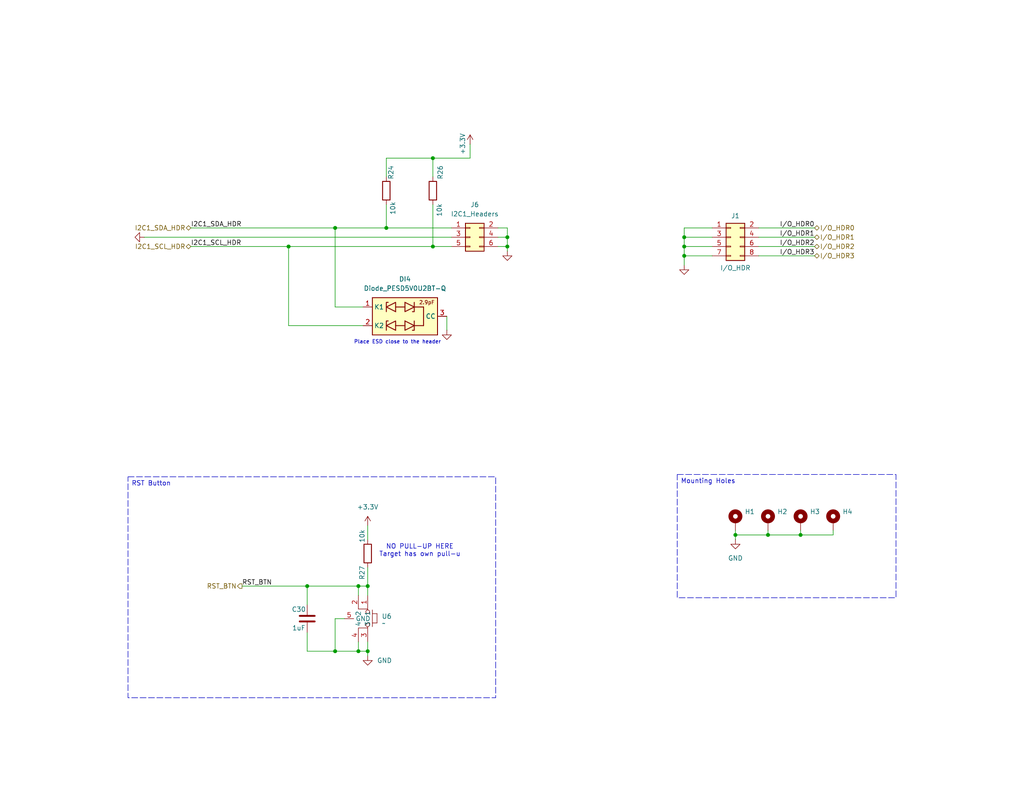
<source format=kicad_sch>
(kicad_sch (version 20231120) (generator "eeschema") (generator_version "8.0")
  (paper "USLetter")
  (lib_symbols
    (symbol "Connector_Generic:Conn_02x03_Odd_Even" (pin_names (offset 1.016) hide)
      (property "Reference" "J" (at 1.27 5.08 0))
      (property "Value" "Conn_02x03_Odd_Even" (at 1.27 -5.08 0))
      (symbol "Conn_02x03_Odd_Even_1_1"
        (rectangle (start -1.27 -2.413) (end 0 -2.667) (stroke (width 0.1524)))
        (rectangle (start -1.27 0.127) (end 0 -0.127) (stroke (width 0.1524)))
        (rectangle (start -1.27 2.667) (end 0 2.413) (stroke (width 0.1524)))
        (rectangle (start -1.27 3.81) (end 3.81 -3.81) (stroke (width 0.254)) (fill (type background)))
        (rectangle (start 3.81 -2.413) (end 2.54 -2.667) (stroke (width 0.1524)))
        (rectangle (start 3.81 0.127) (end 2.54 -0.127) (stroke (width 0.1524)))
        (rectangle (start 3.81 2.667) (end 2.54 2.413) (stroke (width 0.1524)))
        (pin passive line (at -5.08 2.54 0) (length 3.81) (name "Pin_1") (number "1"))
        (pin passive line (at 7.62 2.54 180) (length 3.81) (name "Pin_2") (number "2"))
        (pin passive line (at -5.08 0 0) (length 3.81) (name "Pin_3") (number "3"))
        (pin passive line (at 7.62 0 180) (length 3.81) (name "Pin_4") (number "4"))
        (pin passive line (at -5.08 -2.54 0) (length 3.81) (name "Pin_5") (number "5"))
        (pin passive line (at 7.62 -2.54 180) (length 3.81) (name "Pin_6") (number "6"))
      )
    )
    (symbol "Connector_Generic:Conn_02x04_Odd_Even" (pin_names (offset 1.016) hide)
      (property "Reference" "J" (at 1.27 5.08 0))
      (property "Value" "Conn_02x04_Odd_Even" (at 1.27 -7.62 0))
      (symbol "Conn_02x04_Odd_Even_1_1"
        (rectangle (start -1.27 -4.953) (end 0 -5.207) (stroke (width 0.1524)))
        (rectangle (start -1.27 -2.413) (end 0 -2.667) (stroke (width 0.1524)))
        (rectangle (start -1.27 0.127) (end 0 -0.127) (stroke (width 0.1524)))
        (rectangle (start -1.27 2.667) (end 0 2.413) (stroke (width 0.1524)))
        (rectangle (start -1.27 3.81) (end 3.81 -6.35) (stroke (width 0.254)) (fill (type background)))
        (rectangle (start 3.81 -4.953) (end 2.54 -5.207) (stroke (width 0.1524)))
        (rectangle (start 3.81 -2.413) (end 2.54 -2.667) (stroke (width 0.1524)))
        (rectangle (start 3.81 0.127) (end 2.54 -0.127) (stroke (width 0.1524)))
        (rectangle (start 3.81 2.667) (end 2.54 2.413) (stroke (width 0.1524)))
        (pin passive line (at -5.08 2.54 0) (length 3.81) (name "Pin_1") (number "1"))
        (pin passive line (at 7.62 2.54 180) (length 3.81) (name "Pin_2") (number "2"))
        (pin passive line (at -5.08 0 0) (length 3.81) (name "Pin_3") (number "3"))
        (pin passive line (at 7.62 0 180) (length 3.81) (name "Pin_4") (number "4"))
        (pin passive line (at -5.08 -2.54 0) (length 3.81) (name "Pin_5") (number "5"))
        (pin passive line (at 7.62 -2.54 180) (length 3.81) (name "Pin_6") (number "6"))
        (pin passive line (at -5.08 -5.08 0) (length 3.81) (name "Pin_7") (number "7"))
        (pin passive line (at 7.62 -5.08 180) (length 3.81) (name "Pin_8") (number "8"))
      )
    )
    (symbol "Device:C" (pin_numbers hide) (pin_names (offset 0.254))
      (property "Reference" "C" (at 0.635 2.54 0))
      (property "Value" "C" (at 0.635 -2.54 0))
      (symbol "C_0_1"
        (polyline (pts (xy -2.032 -0.762) (xy 2.032 -0.762)) (stroke (width 0.508)))
        (polyline (pts (xy -2.032 0.762) (xy 2.032 0.762)) (stroke (width 0.508)))
      )
      (symbol "C_1_1"
        (pin passive line (at 0 3.81 270) (length 2.794) (name "~") (number "1"))
        (pin passive line (at 0 -3.81 90) (length 2.794) (name "~") (number "2"))
      )
    )
    (symbol "Device:R" (pin_numbers hide) (pin_names (offset 0))
      (property "Reference" "R" (at 2.032 0 90))
      (property "Value" "R" (at 0 0 90))
      (symbol "R_0_1"
        (rectangle (start -1.016 -2.54) (end 1.016 2.54) (stroke (width 0.254)))
      )
      (symbol "R_1_1"
        (pin passive line (at 0 3.81 270) (length 1.27) (name "~") (number "1"))
        (pin passive line (at 0 -3.81 90) (length 1.27) (name "~") (number "2"))
      )
    )
    (symbol "Mechanical:MountingHole_Pad" (pin_numbers hide) (pin_names (offset 1.016) hide) (exclude_from_sim yes) (in_bom no)
      (property "Reference" "H" (at 0 6.35 0))
      (property "Value" "MountingHole_Pad" (at 0 4.445 0))
      (symbol "MountingHole_Pad_0_1"
        (circle (center 0 1.27) (radius 1.27) (stroke (width 1.27)))
      )
      (symbol "MountingHole_Pad_1_1"
        (pin input line (at 0 -2.54 90) (length 2.54) (name "1") (number "1"))
      )
    )
    (symbol "Personal_Projects:Button_KMR231GLFS"
      (property "Reference" "U" (at 0 0 0))
      (symbol "Button_KMR231GLFS_0_1"
        (polyline (pts (xy 3.964 1.27) (xy 8.536 1.27)))
        (polyline (pts (xy 4.98 1.27) (xy 4.98 2.54)))
        (polyline (pts (xy 7.52 1.27) (xy 7.52 2.54)))
        (polyline (pts (xy 7.52 2.54) (xy 4.98 2.54)))
        (polyline (pts (xy 3.71 -2.54) (xy 3.71 0) (xy 3.964 0)))
        (polyline (pts (xy 8.89 -2.54) (xy 8.89 0) (xy 8.636 0)))
        (circle (center 4.472 0) (radius 0.508))
        (circle (center 8.028 0) (radius 0.508))
      )
      (symbol "Button_KMR231GLFS_1_1"
        (pin passive line (at 0 0 0) (length 3.7) (name "1") (number "1"))
        (pin passive line (at 0 -2.54 0) (length 3.7) (name "2") (number "2"))
        (pin passive line (at 12.7 0 180) (length 3.7) (name "3") (number "3"))
        (pin passive line (at 12.7 -2.54 180) (length 3.7) (name "4") (number "4"))
        (pin passive line (at 6.35 -6.35 90) (length 2.54) (name "GND") (number "5"))
      )
    )
    (symbol "Personal_Projects:Diode_PESD5V0U2BT-Q"
      (property "Reference" "DI" (at 7.366 7.62 0))
      (property "Value" "Diode_PESD5V0U2BT-Q" (at 0.508 5.08 0))
      (symbol "Diode_PESD5V0U2BT-Q_0_1"
        (polyline (pts (xy 6.35 -6.35) (xy 6.35 -3.81) (xy 6.858 -3.81)) (stroke (width 0.254)))
        (polyline (pts (xy 6.35 -1.27) (xy 6.35 1.27) (xy 6.858 1.27)) (stroke (width 0.254)))
        (polyline (pts (xy 11.43 -5.08) (xy 8.89 -5.08) (xy 8.89 -5.08)) (stroke (width 0.254)))
        (polyline (pts (xy 11.43 0) (xy 8.89 0) (xy 8.89 0)) (stroke (width 0.254)))
        (polyline (pts (xy 13.97 -3.81) (xy 13.97 -6.35) (xy 13.462 -6.35)) (stroke (width 0.254)))
        (polyline (pts (xy 13.97 1.27) (xy 13.97 -1.27) (xy 13.462 -1.27)) (stroke (width 0.254)))
        (polyline (pts (xy 16.51 -5.08) (xy 13.97 -5.08) (xy 13.97 -5.08)) (stroke (width 0.254)))
        (polyline (pts (xy 16.51 0) (xy 13.97 0) (xy 13.97 0)) (stroke (width 0.254)))
        (polyline (pts (xy 16.51 0) (xy 16.51 -5.08) (xy 16.51 -2.54)) (stroke (width 0.254)))
        (polyline (pts (xy 8.89 -6.35) (xy 6.35 -5.08) (xy 8.89 -3.81) (xy 8.89 -6.35) (xy 8.89 -6.35) (xy 8.89 -6.35)) (stroke (width 0.254)))
        (polyline (pts (xy 8.89 -1.27) (xy 6.35 0) (xy 8.89 1.27) (xy 8.89 -1.27) (xy 8.89 -1.27) (xy 8.89 -1.27)) (stroke (width 0.254)))
        (polyline (pts (xy 11.43 -3.81) (xy 13.97 -5.08) (xy 11.43 -6.35) (xy 11.43 -3.81) (xy 11.43 -3.81) (xy 11.43 -3.81)) (stroke (width 0.254)))
        (polyline (pts (xy 11.43 1.27) (xy 13.97 0) (xy 11.43 -1.27) (xy 11.43 1.27) (xy 11.43 1.27) (xy 11.43 1.27)) (stroke (width 0.254)))
      )
      (symbol "Diode_PESD5V0U2BT-Q_1_1"
        (rectangle (start 2.54 2.54) (end 20.32 -7.62) (stroke (width 0.254)) (fill (type background)))
        (text "2.9pF" (at 15.24 1.27 0) (effects (font (size 1 1)) (justify left)))
        (pin passive line (at 0 0 0) (length 2.54) (name "K1") (number "1"))
        (pin passive line (at 0 -5.08 0) (length 2.54) (name "K2") (number "2"))
        (pin passive line (at 22.86 -2.54 180) (length 2.54) (name "CC") (number "3"))
      )
    )
    (symbol "power:+3.3V" (power) (pin_numbers hide) (pin_names (offset 0) hide)
      (property "Value" "+3.3V" (at 0 3.556 0))
      (symbol "+3.3V_0_1"
        (polyline (pts (xy -0.762 1.27) (xy 0 2.54)))
        (polyline (pts (xy 0 0) (xy 0 2.54)))
        (polyline (pts (xy 0 2.54) (xy 0.762 1.27)))
      )
      (symbol "+3.3V_1_1"
        (pin power_in line (at 0 0 90) (length 0) (name "~") (number "1"))
      )
    )
    (symbol "power:GND" (power) (pin_numbers hide) (pin_names (offset 0) hide)
      (property "Value" "GND" (at 0 -3.81 0))
      (symbol "GND_0_1"
        (polyline (pts (xy 0 0) (xy 0 -1.27) (xy 1.27 -1.27) (xy 0 -2.54) (xy -1.27 -1.27) (xy 0 -1.27)))
      )
      (symbol "GND_1_1"
        (pin power_in line (at 0 0 270) (length 0) (name "~") (number "1"))
      )
    )
  )
  (junction (at 97.79 160.02))
  (junction (at 118.11 67.31))
  (junction (at 218.44 146.05))
  (junction (at 138.43 64.77))
  (junction (at 118.11 43.18))
  (junction (at 186.69 64.77))
  (junction (at 100.33 177.8))
  (junction (at 138.43 67.31))
  (junction (at 186.69 69.85))
  (junction (at 91.44 62.23))
  (junction (at 186.69 67.31))
  (junction (at 91.44 177.8))
  (junction (at 209.55 146.05))
  (junction (at 200.66 146.05))
  (junction (at 97.79 177.8))
  (junction (at 105.41 62.23))
  (junction (at 83.82 160.02))
  (junction (at 100.33 160.02))
  (junction (at 78.74 67.31))
  (wire (pts (xy 138.43 62.23) (xy 138.43 64.77)))
  (wire (pts (xy 97.79 160.02) (xy 83.82 160.02)))
  (wire (pts (xy 227.33 144.78) (xy 227.33 146.05)))
  (wire (pts (xy 138.43 67.31) (xy 138.43 68.58)))
  (wire (pts (xy 100.33 160.02) (xy 100.33 162.56)))
  (wire (pts (xy 207.01 67.31) (xy 222.25 67.31)))
  (wire (pts (xy 200.66 146.05) (xy 200.66 147.32)))
  (wire (pts (xy 209.55 144.78) (xy 209.55 146.05)))
  (wire (pts (xy 39.37 64.77) (xy 123.19 64.77)))
  (wire (pts (xy 100.33 160.02) (xy 97.79 160.02)))
  (wire (pts (xy 138.43 64.77) (xy 138.43 67.31)))
  (wire (pts (xy 135.89 67.31) (xy 138.43 67.31)))
  (wire (pts (xy 207.01 69.85) (xy 222.25 69.85)))
  (wire (pts (xy 209.55 146.05) (xy 200.66 146.05)))
  (wire (pts (xy 194.31 62.23) (xy 186.69 62.23)))
  (wire (pts (xy 52.07 67.31) (xy 78.74 67.31)))
  (wire (pts (xy 93.98 168.91) (xy 91.44 168.91)))
  (wire (pts (xy 78.74 67.31) (xy 118.11 67.31)))
  (wire (pts (xy 99.06 83.82) (xy 91.44 83.82)))
  (wire (pts (xy 135.89 62.23) (xy 138.43 62.23)))
  (wire (pts (xy 105.41 55.88) (xy 105.41 62.23)))
  (wire (pts (xy 91.44 168.91) (xy 91.44 177.8)))
  (wire (pts (xy 52.07 62.23) (xy 91.44 62.23)))
  (wire (pts (xy 105.41 43.18) (xy 105.41 48.26)))
  (wire (pts (xy 99.06 88.9) (xy 78.74 88.9)))
  (wire (pts (xy 186.69 64.77) (xy 186.69 67.31)))
  (wire (pts (xy 194.31 67.31) (xy 186.69 67.31)))
  (wire (pts (xy 91.44 62.23) (xy 91.44 83.82)))
  (wire (pts (xy 218.44 144.78) (xy 218.44 146.05)))
  (wire (pts (xy 118.11 55.88) (xy 118.11 67.31)))
  (wire (pts (xy 118.11 43.18) (xy 118.11 48.26)))
  (wire (pts (xy 186.69 67.31) (xy 186.69 69.85)))
  (wire (pts (xy 207.01 62.23) (xy 222.25 62.23)))
  (wire (pts (xy 194.31 69.85) (xy 186.69 69.85)))
  (wire (pts (xy 97.79 160.02) (xy 97.79 162.56)))
  (wire (pts (xy 83.82 160.02) (xy 83.82 165.1)))
  (wire (pts (xy 78.74 67.31) (xy 78.74 88.9)))
  (wire (pts (xy 97.79 175.26) (xy 97.79 177.8)))
  (wire (pts (xy 105.41 43.18) (xy 118.11 43.18)))
  (wire (pts (xy 100.33 154.94) (xy 100.33 160.02)))
  (wire (pts (xy 83.82 172.72) (xy 83.82 177.8)))
  (wire (pts (xy 118.11 67.31) (xy 123.19 67.31)))
  (wire (pts (xy 207.01 64.77) (xy 222.25 64.77)))
  (wire (pts (xy 128.27 43.18) (xy 118.11 43.18)))
  (wire (pts (xy 100.33 143.51) (xy 100.33 147.32)))
  (wire (pts (xy 91.44 62.23) (xy 105.41 62.23)))
  (wire (pts (xy 218.44 146.05) (xy 209.55 146.05)))
  (wire (pts (xy 200.66 144.78) (xy 200.66 146.05)))
  (wire (pts (xy 186.69 62.23) (xy 186.69 64.77)))
  (wire (pts (xy 83.82 177.8) (xy 91.44 177.8)))
  (wire (pts (xy 100.33 179.07) (xy 100.33 177.8)))
  (wire (pts (xy 105.41 62.23) (xy 123.19 62.23)))
  (wire (pts (xy 227.33 146.05) (xy 218.44 146.05)))
  (wire (pts (xy 100.33 175.26) (xy 100.33 177.8)))
  (wire (pts (xy 91.44 177.8) (xy 97.79 177.8)))
  (wire (pts (xy 135.89 64.77) (xy 138.43 64.77)))
  (wire (pts (xy 121.92 86.36) (xy 121.92 90.17)))
  (wire (pts (xy 128.27 39.37) (xy 128.27 43.18)))
  (wire (pts (xy 194.31 64.77) (xy 186.69 64.77)))
  (wire (pts (xy 186.69 69.85) (xy 186.69 72.39)))
  (wire (pts (xy 97.79 177.8) (xy 100.33 177.8)))
  (wire (pts (xy 66.04 160.02) (xy 83.82 160.02)))
  (text_box "Mounting Holes" (at 184.785 129.54 0) (size 59.69 33.655) (stroke (width 0) (type dash)) (effects (font (size 1.27 1.27)) (justify left top)))
  (text_box "RST Button" (at 34.925 130.175 0) (size 100.33 60.325) (stroke (width 0) (type dash)) (effects (font (size 1.27 1.27)) (justify left top)))
  (text "Place ESD close to the header" (at 108.458 93.472 0) (effects (font (size 1 1))))
  (text "NO PULL-UP HERE\nTarget has own pull-u" (at 114.554 150.368 0) (effects (font (size 1.27 1.27))))
  (label "I{slash}O_HDR1" (at 222.25 64.77 180))
  (label "RST_BTN" (at 66.04 160.02 0))
  (label "I{slash}O_HDR2" (at 222.25 67.31 180))
  (label "I{slash}O_HDR3" (at 222.25 69.85 180))
  (label "I2C1_SDA_HDR" (at 52.07 62.23 0))
  (label "I2C1_SCL_HDR" (at 52.07 67.31 0))
  (label "I{slash}O_HDR0" (at 222.25 62.23 180))
  (hierarchical_label "I{slash}O_HDR0" (shape bidirectional) (at 222.25 62.23 0))
  (hierarchical_label "I{slash}O_HDR1" (shape bidirectional) (at 222.25 64.77 0))
  (hierarchical_label "RST_BTN" (shape output) (at 66.04 160.02 180))
  (hierarchical_label "I{slash}O_HDR2" (shape bidirectional) (at 222.25 67.31 0))
  (hierarchical_label "I{slash}O_HDR3" (shape bidirectional) (at 222.25 69.85 0))
  (hierarchical_label "I2C1_SCL_HDR" (shape bidirectional) (at 52.07 67.31 180))
  (hierarchical_label "I2C1_SDA_HDR" (shape bidirectional) (at 52.07 62.23 180))
  (symbol (lib_id "Mechanical:MountingHole_Pad") (at 209.55 142.24 0) (unit 1) (exclude_from_sim yes) (in_bom no)
    (property "Reference" "H2" (at 212.09 139.6999 0) (effects (justify left)))
    (property "Value" "MountingHole_Pad" (effects (hide yes)))
    (property "Footprint" "MountingHole:MountingHole_3.2mm_M3_Pad" (effects (hide yes)))
    (property "Description" "Mounting Hole with connection" (effects (hide yes)))
  )
  (symbol (lib_id "Connector_Generic:Conn_02x04_Odd_Even") (at 199.39 64.77 0) (unit 1)
    (property "Reference" "J1" (at 200.66 58.928 0))
    (property "Value" "I/O_HDR" (at 200.66 73.152 0))
    (property "Footprint" "Connector_PinHeader_2.54mm:PinHeader_2x04_P2.54mm_Horizontal" (effects (hide yes)))
    (property "Description" "Generic connector, double row, 02x04, odd/even pin numbering scheme (row 1 odd numbers, row 2 even numbers), script generated (kicad-library-utils/schlib/autogen/connector/)" (effects (hide yes)))
  )
  (symbol (lib_id "Mechanical:MountingHole_Pad") (at 227.33 142.24 0) (unit 1) (exclude_from_sim yes) (in_bom no)
    (property "Reference" "H4" (at 229.87 139.6999 0) (effects (justify left)))
    (property "Value" "MountingHole_Pad" (effects (hide yes)))
    (property "Footprint" "MountingHole:MountingHole_3.2mm_M3_Pad" (effects (hide yes)))
    (property "Description" "Mounting Hole with connection" (effects (hide yes)))
  )
  (symbol (lib_id "Mechanical:MountingHole_Pad") (at 200.66 142.24 0) (unit 1) (exclude_from_sim yes) (in_bom no)
    (property "Reference" "H1" (at 203.2 139.6999 0) (effects (justify left)))
    (property "Value" "MountingHole_Pad" (effects (hide yes)))
    (property "Footprint" "MountingHole:MountingHole_3.2mm_M3_Pad" (effects (hide yes)))
    (property "Description" "Mounting Hole with connection" (effects (hide yes)))
  )
  (symbol (lib_id "power:GND") (at 121.92 90.17 0) (unit 1)
    (property "Reference" "#PWR059" (effects (hide yes)))
    (property "Value" "GND" (effects (hide yes)))
    (property "Description" "Power symbol creates a global label with name \"GND\" , ground" (effects (hide yes)))
  )
  (symbol (lib_id "power:GND") (at 100.33 179.07 0) (mirror y) (unit 1)
    (property "Reference" "#PWR068" (effects (hide yes)))
    (property "Value" "GND" (at 102.87 180.3399 0) (effects (justify right)))
    (property "Description" "Power symbol creates a global label with name \"GND\" , ground" (effects (hide yes)))
  )
  (symbol (lib_id "Personal_Projects:Button_KMR231GLFS") (at 100.33 162.56 270) (unit 1)
    (property "Reference" "U6" (at 104.14 168.2749 90) (effects (justify left)))
    (property "Value" "~" (at 104.14 170.18 90) (effects (justify left)))
    (property "Footprint" "Personal_Project:Button_KMR231GLFS" (effects (hide yes)))
  )
  (symbol (lib_id "Personal_Projects:Diode_PESD5V0U2BT-Q") (at 99.06 83.82 0) (unit 1)
    (property "Reference" "DI4" (at 110.49 76.2 0))
    (property "Value" "Diode_PESD5V0U2BT-Q" (at 110.49 78.74 0))
    (property "Footprint" "Package_TO_SOT_SMD:SOT-23" (effects (hide yes)))
    (property "Datasheet" "https://www.diodes.com/assets/Datasheets/ds18001.pdf" (effects (hide yes)))
    (property "Description" "Diodes Inc BZX84C6V2-7-F Zener Diode, 6.2V 7% 350 mW SMT 3-Pin SOT-23" (effects (hide yes)))
    (property "Height" "1.1" (effects (hide yes)))
    (property "Manufacturer_Name" "Diodes Incorporated" (effects (hide yes)))
    (property "Manufacturer_Part_Number" "BZX84C6V2-7-F" (effects (hide yes)))
    (property "Mouser Part Number" "621-BZX84C6V2-F" (effects (hide yes)))
    (property "Mouser Price/Stock" "https://www.mouser.co.uk/ProductDetail/Diodes-Incorporated/BZX84C6V2-7-F?qs=aJBzJax2afcxmuPRCgcecQ%3D%3D" (effects (hide yes)))
    (property "Arrow Part Number" "BZX84C6V2-7-F" (effects (hide yes)))
    (property "Arrow Price/Stock" "https://www.arrow.com/en/products/bzx84c6v2-7-f/diodes-incorporated?utm_currency=USD&region=europe" (effects (hide yes)))
  )
  (symbol (lib_id "power:+3.3V") (at 128.27 39.37 0) (mirror y) (unit 1)
    (property "Reference" "#PWR057" (effects (hide yes)))
    (property "Value" "+3.3V" (at 126.238 36.322 90) (effects (justify right)))
    (property "Description" "Power symbol creates a global label with name \"+3.3V\"" (effects (hide yes)))
  )
  (symbol (lib_id "Connector_Generic:Conn_02x03_Odd_Even") (at 128.27 64.77 0) (unit 1)
    (property "Reference" "J6" (at 129.54 55.88 0))
    (property "Value" "I2C1_Headers" (at 129.54 58.42 0))
    (property "Footprint" "Connector_PinHeader_2.54mm:PinHeader_2x03_P2.54mm_Horizontal" (effects (hide yes)))
    (property "Description" "Generic connector, double row, 02x03, odd/even pin numbering scheme (row 1 odd numbers, row 2 even numbers), script generated (kicad-library-utils/schlib/autogen/connector/)" (effects (hide yes)))
  )
  (symbol (lib_id "Device:R") (at 105.41 52.07 0) (unit 1)
    (property "Reference" "R24" (at 106.68 49.022 90) (effects (justify left)))
    (property "Value" "10k" (at 107.188 58.674 90) (effects (justify left)))
    (property "Footprint" "Resistor_SMD:R_0805_2012Metric" (effects (hide yes)))
    (property "Description" "Resistor" (effects (hide yes)))
  )
  (symbol (lib_id "power:GND") (at 200.66 147.32 0) (unit 1)
    (property "Reference" "#PWR084" (effects (hide yes)))
    (property "Value" "GND" (at 200.66 152.4 0))
    (property "Description" "Power symbol creates a global label with name \"GND\" , ground" (effects (hide yes)))
  )
  (symbol (lib_id "power:GND") (at 39.37 64.77 270) (unit 1)
    (property "Reference" "#PWR026" (effects (hide yes)))
    (property "Value" "GND" (effects (hide yes)))
    (property "Description" "Power symbol creates a global label with name \"GND\" , ground" (effects (hide yes)))
  )
  (symbol (lib_id "power:GND") (at 186.69 72.39 0) (mirror y) (unit 1)
    (property "Reference" "#PWR017" (effects (hide yes)))
    (property "Value" "GND" (effects (hide yes)))
    (property "Description" "Power symbol creates a global label with name \"GND\" , ground" (effects (hide yes)))
  )
  (symbol (lib_id "Device:R") (at 100.33 151.13 0) (mirror x) (unit 1)
    (property "Reference" "R27" (at 98.806 154.432 90) (effects (justify left)))
    (property "Value" "10k" (at 98.806 144.526 90) (effects (justify left)))
    (property "Footprint" "Resistor_SMD:R_0805_2012Metric" (effects (hide yes)))
    (property "Description" "Resistor" (effects (hide yes)))
  )
  (symbol (lib_id "Device:C") (at 83.82 168.91 0) (mirror x) (unit 1)
    (property "Reference" "C30" (at 81.534 166.37 0))
    (property "Value" "1uF" (at 81.534 171.45 0))
    (property "Footprint" "Capacitor_SMD:C_0805_2012Metric" (effects (hide yes)))
    (property "Description" "Unpolarized capacitor" (effects (hide yes)))
  )
  (symbol (lib_id "Device:R") (at 118.11 52.07 0) (mirror y) (unit 1)
    (property "Reference" "R26" (at 120.142 49.022 90) (effects (justify left)))
    (property "Value" "10k" (at 119.888 59.182 90) (effects (justify left)))
    (property "Footprint" "Resistor_SMD:R_0805_2012Metric" (effects (hide yes)))
    (property "Description" "Resistor" (effects (hide yes)))
  )
  (symbol (lib_id "Mechanical:MountingHole_Pad") (at 218.44 142.24 0) (unit 1) (exclude_from_sim yes) (in_bom no)
    (property "Reference" "H3" (at 220.98 139.6999 0) (effects (justify left)))
    (property "Value" "MountingHole_Pad" (effects (hide yes)))
    (property "Footprint" "MountingHole:MountingHole_3.2mm_M3_Pad" (effects (hide yes)))
    (property "Description" "Mounting Hole with connection" (effects (hide yes)))
  )
  (symbol (lib_id "power:GND") (at 138.43 68.58 0) (unit 1)
    (property "Reference" "#PWR061" (effects (hide yes)))
    (property "Value" "GND" (effects (hide yes)))
    (property "Description" "Power symbol creates a global label with name \"GND\" , ground" (effects (hide yes)))
  )
  (symbol (lib_id "power:+3.3V") (at 100.33 143.51 0) (mirror y) (unit 1)
    (property "Reference" "#PWR067" (effects (hide yes)))
    (property "Value" "+3.3V" (at 100.33 138.43 0))
    (property "Description" "Power symbol creates a global label with name \"+3.3V\"" (effects (hide yes)))
  )
)
</source>
